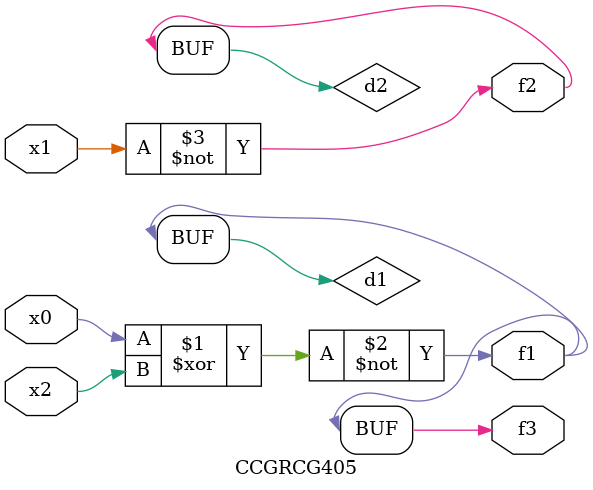
<source format=v>
module CCGRCG405(
	input x0, x1, x2,
	output f1, f2, f3
);

	wire d1, d2, d3;

	xnor (d1, x0, x2);
	nand (d2, x1);
	nor (d3, x1, x2);
	assign f1 = d1;
	assign f2 = d2;
	assign f3 = d1;
endmodule

</source>
